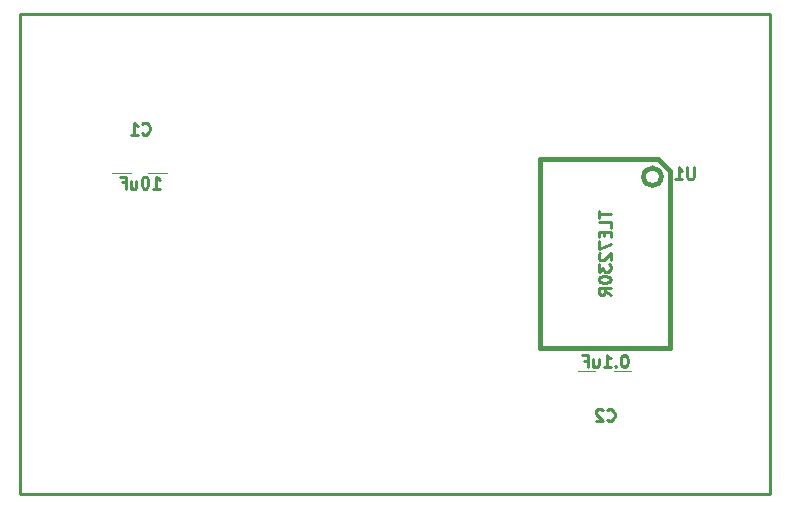
<source format=gbo>
G04 #@! TF.FileFunction,Legend,Bot*
%FSLAX46Y46*%
G04 Gerber Fmt 4.6, Leading zero omitted, Abs format (unit mm)*
G04 Created by KiCad (PCBNEW 4.1.0-alpha+201607250105+6992~46~ubuntu16.04.1-product) date Mon Jul 25 10:02:05 2016*
%MOMM*%
%LPD*%
G01*
G04 APERTURE LIST*
%ADD10C,0.100000*%
%ADD11C,0.228600*%
%ADD12C,0.127000*%
%ADD13C,0.381000*%
%ADD14C,0.254000*%
%ADD15O,2.254200X2.940000*%
%ADD16R,2.254200X2.940000*%
%ADD17C,3.956000*%
%ADD18R,1.670000X2.940000*%
%ADD19O,1.924000X2.432000*%
%ADD20O,2.559000X2.051000*%
%ADD21R,1.930000X0.550000*%
G04 APERTURE END LIST*
D10*
D11*
X137160000Y-79375000D02*
X73660000Y-79375000D01*
X137160000Y-120015000D02*
X137160000Y-79375000D01*
X73660000Y-120015000D02*
X137160000Y-120015000D01*
X73660000Y-79375000D02*
X73660000Y-120015000D01*
D12*
X84582000Y-90043000D02*
X86106000Y-90043000D01*
X86106000Y-90043000D02*
X86106000Y-92837000D01*
X86106000Y-92837000D02*
X84582000Y-92837000D01*
X83058000Y-92837000D02*
X81534000Y-92837000D01*
X81534000Y-92837000D02*
X81534000Y-90043000D01*
X81534000Y-90043000D02*
X83058000Y-90043000D01*
X122428000Y-112522000D02*
X120904000Y-112522000D01*
X120904000Y-112522000D02*
X120904000Y-109728000D01*
X120904000Y-109728000D02*
X122428000Y-109728000D01*
X123952000Y-109728000D02*
X125476000Y-109728000D01*
X125476000Y-109728000D02*
X125476000Y-112522000D01*
X125476000Y-112522000D02*
X123952000Y-112522000D01*
D13*
X127940000Y-93195000D02*
G75*
G03X127940000Y-93195000I-750000J0D01*
G01*
X128690000Y-92695000D02*
X128690000Y-107695000D01*
X128690000Y-107695000D02*
X117690000Y-107695000D01*
X117690000Y-107695000D02*
X117690000Y-91695000D01*
X117690000Y-91695000D02*
X127690000Y-91695000D01*
X127690000Y-91695000D02*
X128690000Y-92695000D01*
D14*
X83989333Y-89516857D02*
X84037714Y-89565238D01*
X84182857Y-89613619D01*
X84279619Y-89613619D01*
X84424761Y-89565238D01*
X84521523Y-89468476D01*
X84569904Y-89371714D01*
X84618285Y-89178190D01*
X84618285Y-89033047D01*
X84569904Y-88839523D01*
X84521523Y-88742761D01*
X84424761Y-88646000D01*
X84279619Y-88597619D01*
X84182857Y-88597619D01*
X84037714Y-88646000D01*
X83989333Y-88694380D01*
X83021714Y-89613619D02*
X83602285Y-89613619D01*
X83312000Y-89613619D02*
X83312000Y-88597619D01*
X83408761Y-88742761D01*
X83505523Y-88839523D01*
X83602285Y-88887904D01*
X84908571Y-94185619D02*
X85489142Y-94185619D01*
X85198857Y-94185619D02*
X85198857Y-93169619D01*
X85295619Y-93314761D01*
X85392380Y-93411523D01*
X85489142Y-93459904D01*
X84279619Y-93169619D02*
X84182857Y-93169619D01*
X84086095Y-93218000D01*
X84037714Y-93266380D01*
X83989333Y-93363142D01*
X83940952Y-93556666D01*
X83940952Y-93798571D01*
X83989333Y-93992095D01*
X84037714Y-94088857D01*
X84086095Y-94137238D01*
X84182857Y-94185619D01*
X84279619Y-94185619D01*
X84376380Y-94137238D01*
X84424761Y-94088857D01*
X84473142Y-93992095D01*
X84521523Y-93798571D01*
X84521523Y-93556666D01*
X84473142Y-93363142D01*
X84424761Y-93266380D01*
X84376380Y-93218000D01*
X84279619Y-93169619D01*
X83070095Y-93508285D02*
X83070095Y-94185619D01*
X83505523Y-93508285D02*
X83505523Y-94040476D01*
X83457142Y-94137238D01*
X83360380Y-94185619D01*
X83215238Y-94185619D01*
X83118476Y-94137238D01*
X83070095Y-94088857D01*
X82247619Y-93653428D02*
X82586285Y-93653428D01*
X82586285Y-94185619D02*
X82586285Y-93169619D01*
X82102476Y-93169619D01*
X123359333Y-113773857D02*
X123407714Y-113822238D01*
X123552857Y-113870619D01*
X123649619Y-113870619D01*
X123794761Y-113822238D01*
X123891523Y-113725476D01*
X123939904Y-113628714D01*
X123988285Y-113435190D01*
X123988285Y-113290047D01*
X123939904Y-113096523D01*
X123891523Y-112999761D01*
X123794761Y-112903000D01*
X123649619Y-112854619D01*
X123552857Y-112854619D01*
X123407714Y-112903000D01*
X123359333Y-112951380D01*
X122972285Y-112951380D02*
X122923904Y-112903000D01*
X122827142Y-112854619D01*
X122585238Y-112854619D01*
X122488476Y-112903000D01*
X122440095Y-112951380D01*
X122391714Y-113048142D01*
X122391714Y-113144904D01*
X122440095Y-113290047D01*
X123020666Y-113870619D01*
X122391714Y-113870619D01*
X124859142Y-108282619D02*
X124762380Y-108282619D01*
X124665619Y-108331000D01*
X124617238Y-108379380D01*
X124568857Y-108476142D01*
X124520476Y-108669666D01*
X124520476Y-108911571D01*
X124568857Y-109105095D01*
X124617238Y-109201857D01*
X124665619Y-109250238D01*
X124762380Y-109298619D01*
X124859142Y-109298619D01*
X124955904Y-109250238D01*
X125004285Y-109201857D01*
X125052666Y-109105095D01*
X125101047Y-108911571D01*
X125101047Y-108669666D01*
X125052666Y-108476142D01*
X125004285Y-108379380D01*
X124955904Y-108331000D01*
X124859142Y-108282619D01*
X124085047Y-109201857D02*
X124036666Y-109250238D01*
X124085047Y-109298619D01*
X124133428Y-109250238D01*
X124085047Y-109201857D01*
X124085047Y-109298619D01*
X123069047Y-109298619D02*
X123649619Y-109298619D01*
X123359333Y-109298619D02*
X123359333Y-108282619D01*
X123456095Y-108427761D01*
X123552857Y-108524523D01*
X123649619Y-108572904D01*
X122198190Y-108621285D02*
X122198190Y-109298619D01*
X122633619Y-108621285D02*
X122633619Y-109153476D01*
X122585238Y-109250238D01*
X122488476Y-109298619D01*
X122343333Y-109298619D01*
X122246571Y-109250238D01*
X122198190Y-109201857D01*
X121375714Y-108766428D02*
X121714380Y-108766428D01*
X121714380Y-109298619D02*
X121714380Y-108282619D01*
X121230571Y-108282619D01*
X130714095Y-92388619D02*
X130714095Y-93211095D01*
X130665714Y-93307857D01*
X130617333Y-93356238D01*
X130520571Y-93404619D01*
X130327047Y-93404619D01*
X130230285Y-93356238D01*
X130181904Y-93307857D01*
X130133523Y-93211095D01*
X130133523Y-92388619D01*
X129117523Y-93404619D02*
X129698095Y-93404619D01*
X129407809Y-93404619D02*
X129407809Y-92388619D01*
X129504571Y-92533761D01*
X129601333Y-92630523D01*
X129698095Y-92678904D01*
X122633619Y-96090619D02*
X122633619Y-96671190D01*
X123649619Y-96380904D02*
X122633619Y-96380904D01*
X123649619Y-97493666D02*
X123649619Y-97009857D01*
X122633619Y-97009857D01*
X123117428Y-97832333D02*
X123117428Y-98170999D01*
X123649619Y-98316142D02*
X123649619Y-97832333D01*
X122633619Y-97832333D01*
X122633619Y-98316142D01*
X122633619Y-98654809D02*
X122633619Y-99332142D01*
X123649619Y-98896714D01*
X122730380Y-99670809D02*
X122682000Y-99719190D01*
X122633619Y-99815952D01*
X122633619Y-100057857D01*
X122682000Y-100154619D01*
X122730380Y-100202999D01*
X122827142Y-100251380D01*
X122923904Y-100251380D01*
X123069047Y-100202999D01*
X123649619Y-99622428D01*
X123649619Y-100251380D01*
X122633619Y-100590047D02*
X122633619Y-101218999D01*
X123020666Y-100880333D01*
X123020666Y-101025476D01*
X123069047Y-101122238D01*
X123117428Y-101170619D01*
X123214190Y-101218999D01*
X123456095Y-101218999D01*
X123552857Y-101170619D01*
X123601238Y-101122238D01*
X123649619Y-101025476D01*
X123649619Y-100735190D01*
X123601238Y-100638428D01*
X123552857Y-100590047D01*
X122633619Y-101847952D02*
X122633619Y-101944714D01*
X122682000Y-102041476D01*
X122730380Y-102089857D01*
X122827142Y-102138238D01*
X123020666Y-102186619D01*
X123262571Y-102186619D01*
X123456095Y-102138238D01*
X123552857Y-102089857D01*
X123601238Y-102041476D01*
X123649619Y-101944714D01*
X123649619Y-101847952D01*
X123601238Y-101751190D01*
X123552857Y-101702809D01*
X123456095Y-101654428D01*
X123262571Y-101606047D01*
X123020666Y-101606047D01*
X122827142Y-101654428D01*
X122730380Y-101702809D01*
X122682000Y-101751190D01*
X122633619Y-101847952D01*
X123649619Y-103202619D02*
X123165809Y-102863952D01*
X123649619Y-102622047D02*
X122633619Y-102622047D01*
X122633619Y-103009095D01*
X122682000Y-103105857D01*
X122730380Y-103154238D01*
X122827142Y-103202619D01*
X122972285Y-103202619D01*
X123069047Y-103154238D01*
X123117428Y-103105857D01*
X123165809Y-103009095D01*
X123165809Y-102622047D01*
%LPC*%
D15*
X78740000Y-81915000D03*
X81280000Y-81915000D03*
D16*
X76200000Y-81915000D03*
D15*
X83820000Y-81915000D03*
X86360000Y-81915000D03*
X88900000Y-81915000D03*
X91440000Y-81915000D03*
X93980000Y-81915000D03*
X96520000Y-81915000D03*
X99060000Y-81915000D03*
X101600000Y-81915000D03*
X104140000Y-81915000D03*
X106680000Y-81915000D03*
X109220000Y-81915000D03*
X111760000Y-81915000D03*
X114300000Y-81915000D03*
X114300000Y-117475000D03*
X111760000Y-117475000D03*
X109220000Y-117475000D03*
X106680000Y-117475000D03*
X104140000Y-117475000D03*
X101600000Y-117475000D03*
X99060000Y-117475000D03*
X96520000Y-117475000D03*
X93980000Y-117475000D03*
X91440000Y-117475000D03*
X88900000Y-117475000D03*
X86360000Y-117475000D03*
X83820000Y-117475000D03*
X81280000Y-117475000D03*
X78740000Y-117475000D03*
X76200000Y-117475000D03*
D17*
X77470000Y-86995000D03*
X77470000Y-112395000D03*
X118110000Y-116205000D03*
X118110000Y-83185000D03*
D18*
X85344000Y-91440000D03*
X82296000Y-91440000D03*
X121666000Y-111125000D03*
X124714000Y-111125000D03*
D19*
X82550000Y-102235000D03*
X82550000Y-97155000D03*
X114300000Y-111760000D03*
X114300000Y-106680000D03*
X111760000Y-111760000D03*
X111760000Y-106680000D03*
X109220000Y-111760000D03*
X109220000Y-106680000D03*
X106680000Y-111760000D03*
X106680000Y-106680000D03*
X104140000Y-111760000D03*
X104140000Y-106680000D03*
X101600000Y-111760000D03*
X101600000Y-106680000D03*
X99060000Y-111760000D03*
X99060000Y-106680000D03*
X96520000Y-111760000D03*
X96520000Y-106680000D03*
D20*
X85369400Y-97155000D03*
X85369400Y-102235000D03*
D21*
X129930000Y-94170000D03*
X129930000Y-94820000D03*
X129930000Y-95470000D03*
X129930000Y-96120000D03*
X129930000Y-96770000D03*
X129930000Y-97420000D03*
X129930000Y-98070000D03*
X129930000Y-98720000D03*
X129930000Y-99370000D03*
X129930000Y-100020000D03*
X129930000Y-100670000D03*
X129930000Y-101320000D03*
X129930000Y-101970000D03*
X129930000Y-102620000D03*
X129930000Y-103270000D03*
X129930000Y-103920000D03*
X129930000Y-104570000D03*
X129930000Y-105220000D03*
X116450000Y-105220000D03*
X116450000Y-104570000D03*
X116450000Y-103920000D03*
X116450000Y-103270000D03*
X116450000Y-102620000D03*
X116450000Y-101970000D03*
X116450000Y-101320000D03*
X116450000Y-100670000D03*
X116450000Y-100020000D03*
X116450000Y-99370000D03*
X116450000Y-98720000D03*
X116450000Y-98070000D03*
X116450000Y-97420000D03*
X116450000Y-96770000D03*
X116450000Y-96120000D03*
X116450000Y-95470000D03*
X116450000Y-94820000D03*
X116450000Y-94170000D03*
M02*

</source>
